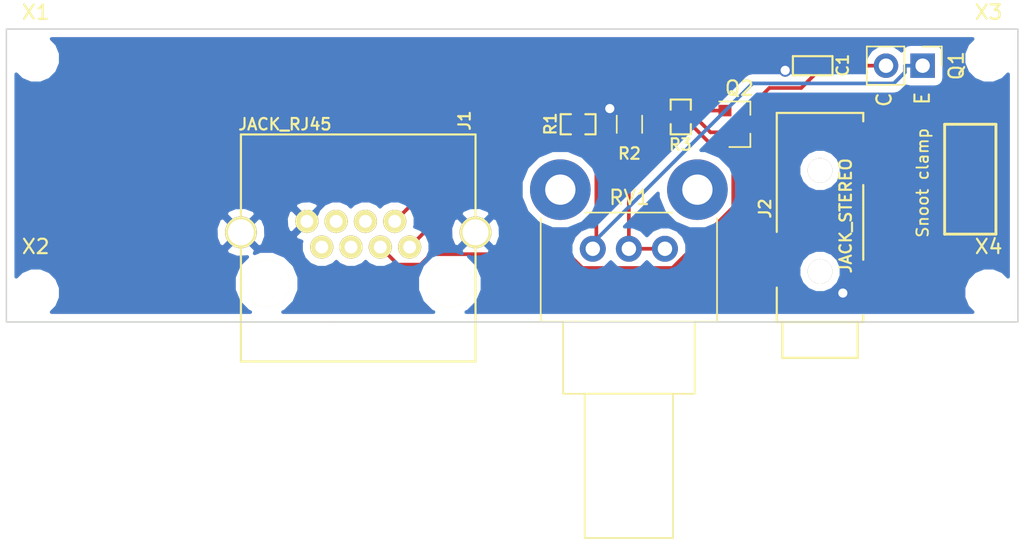
<source format=kicad_pcb>
(kicad_pcb (version 4) (host pcbnew 4.0.6)

  (general
    (links 16)
    (no_connects 0)
    (area 167.081999 140.157999 237.286001 160.578001)
    (thickness 1.6)
    (drawings 10)
    (tracks 59)
    (zones 0)
    (modules 13)
    (nets 14)
  )

  (page A3)
  (layers
    (0 F.Cu signal)
    (31 B.Cu signal)
    (32 B.Adhes user)
    (33 F.Adhes user)
    (34 B.Paste user)
    (35 F.Paste user)
    (36 B.SilkS user)
    (37 F.SilkS user)
    (38 B.Mask user)
    (39 F.Mask user)
    (40 Dwgs.User user)
    (41 Cmts.User user)
    (42 Eco1.User user)
    (43 Eco2.User user)
    (44 Edge.Cuts user)
  )

  (setup
    (last_trace_width 0.254)
    (trace_clearance 0.254)
    (zone_clearance 0.508)
    (zone_45_only no)
    (trace_min 0.254)
    (segment_width 0.2)
    (edge_width 0.1)
    (via_size 0.889)
    (via_drill 0.635)
    (via_min_size 0.889)
    (via_min_drill 0.508)
    (uvia_size 0.508)
    (uvia_drill 0.127)
    (uvias_allowed no)
    (uvia_min_size 0.508)
    (uvia_min_drill 0.127)
    (pcb_text_width 0.3)
    (pcb_text_size 1.5 1.5)
    (mod_edge_width 0.15)
    (mod_text_size 1 1)
    (mod_text_width 0.15)
    (pad_size 8.89 8.89)
    (pad_drill 0.254)
    (pad_to_mask_clearance 0)
    (aux_axis_origin 167.132 140.208)
    (grid_origin 167.132 140.208)
    (visible_elements 7FFFFFFF)
    (pcbplotparams
      (layerselection 0x00030_80000001)
      (usegerberextensions true)
      (excludeedgelayer true)
      (linewidth 0.150000)
      (plotframeref false)
      (viasonmask false)
      (mode 1)
      (useauxorigin false)
      (hpglpennumber 1)
      (hpglpenspeed 20)
      (hpglpendiameter 15)
      (hpglpenoverlay 2)
      (psnegative false)
      (psa4output false)
      (plotreference true)
      (plotvalue true)
      (plotinvisibletext false)
      (padsonsilk false)
      (subtractmaskfromsilk false)
      (outputformat 1)
      (mirror false)
      (drillshape 1)
      (scaleselection 1)
      (outputdirectory ""))
  )

  (net 0 "")
  (net 1 /AN1)
  (net 2 /D1)
  (net 3 /ID)
  (net 4 3V3)
  (net 5 GND)
  (net 6 /D2)
  (net 7 "Net-(J2-Pad1)")
  (net 8 "Net-(J2-Pad2)")
  (net 9 "Net-(Q1-Pad1)")
  (net 10 "Net-(Q2-Pad1)")
  (net 11 "Net-(R2-Pad1)")
  (net 12 /D3)
  (net 13 /D4)

  (net_class Default "This is the default net class."
    (clearance 0.254)
    (trace_width 0.254)
    (via_dia 0.889)
    (via_drill 0.635)
    (uvia_dia 0.508)
    (uvia_drill 0.127)
    (add_net /AN1)
    (add_net /D1)
    (add_net /D2)
    (add_net /D3)
    (add_net /D4)
    (add_net /ID)
    (add_net 3V3)
    (add_net GND)
    (add_net "Net-(J2-Pad1)")
    (add_net "Net-(J2-Pad2)")
    (add_net "Net-(Q1-Pad1)")
    (add_net "Net-(Q2-Pad1)")
    (add_net "Net-(R2-Pad1)")
  )

  (module CA6:c_0603 (layer F.Cu) (tedit 54649DFA) (tstamp 58FF3276)
    (at 223.012 142.748)
    (descr "SMT capacitor, 0603")
    (path /54AABC31)
    (fp_text reference C1 (at 2.0828 -0.0254 90) (layer F.SilkS)
      (effects (font (size 0.8 0.8) (thickness 0.15)))
    )
    (fp_text value 10uF (at 0 0 90) (layer F.SilkS) hide
      (effects (font (size 0.2286 0.381) (thickness 0.0508)))
    )
    (fp_line (start 1.3716 0.6604) (end 1.3716 -0.6604) (layer F.SilkS) (width 0.14986))
    (fp_line (start -1.3716 0.6604) (end 1.3716 0.6604) (layer F.SilkS) (width 0.14986))
    (fp_line (start 1.3716 -0.6604) (end -1.3716 -0.6604) (layer F.SilkS) (width 0.14986))
    (fp_line (start -1.3716 0.6604) (end -1.3716 -0.6604) (layer F.SilkS) (width 0.14986))
    (pad 1 smd rect (at 0.7518 0) (size 0.8992 1.0008) (layers F.Cu F.Paste F.Mask)
      (net 4 3V3))
    (pad 2 smd rect (at -0.7518 0) (size 0.8992 1.0008) (layers F.Cu F.Paste F.Mask)
      (net 5 GND))
  )

  (module CA6:161-3334-E_Big_Pad (layer F.Cu) (tedit 58BA168C) (tstamp 58FF329D)
    (at 223.52 160.528 90)
    (path /54012E4D)
    (fp_text reference J2 (at 7.874 -3.81 90) (layer F.SilkS)
      (effects (font (size 0.8 0.8) (thickness 0.1524)))
    )
    (fp_text value JACK_STEREO (at 7.366 1.778 90) (layer F.SilkS)
      (effects (font (size 0.8 0.8) (thickness 0.1524)))
    )
    (fp_line (start 0 -2.9972) (end 2.3876 -2.9972) (layer F.SilkS) (width 0.1524))
    (fp_line (start 6.2484 -2.9972) (end 14.5034 -2.9972) (layer F.SilkS) (width 0.1524))
    (fp_line (start 13.9192 2.9972) (end 14.5034 2.9972) (layer F.SilkS) (width 0.1524))
    (fp_line (start 4.318 2.9972) (end 9.4996 2.9972) (layer F.SilkS) (width 0.1524))
    (fp_line (start 0 2.9972) (end 0.4826 2.9972) (layer F.SilkS) (width 0.1524))
    (fp_line (start 0 2.6162) (end -2.4892 2.6162) (layer F.SilkS) (width 0.1524))
    (fp_line (start -2.4892 2.6162) (end -2.4892 -2.6162) (layer F.SilkS) (width 0.1524))
    (fp_line (start -2.4892 -2.6162) (end 0 -2.6162) (layer F.SilkS) (width 0.1524))
    (fp_line (start 14.5034 -2.9972) (end 14.5034 2.9972) (layer F.SilkS) (width 0.1524))
    (fp_line (start 0 2.9972) (end 0 -2.9972) (layer F.SilkS) (width 0.1524))
    (pad 1 smd rect (at 4.3942 -3.7084 90) (size 2.2098 2.794) (layers F.Cu F.Paste F.Mask)
      (net 7 "Net-(J2-Pad1)"))
    (pad 2 smd rect (at 11.7856 3.7084 90) (size 2.794 2.794) (layers F.Cu F.Paste F.Mask)
      (net 8 "Net-(J2-Pad2)"))
    (pad 3 smd rect (at 2.3876 3.7084 90) (size 2.2098 2.794) (layers F.Cu F.Paste F.Mask)
      (net 5 GND))
    (pad "" np_thru_hole circle (at 10.5156 0) (size 1.7018 1.7018) (drill 1.7) (layers *.Cu *.Mask F.SilkS))
    (pad "" np_thru_hole circle (at 3.5052 0) (size 1.7018 1.7018) (drill 1.7) (layers *.Cu *.Mask F.SilkS))
  )

  (module CA6:SM0603_Resistor (layer F.Cu) (tedit 5456A05B) (tstamp 58FF32C8)
    (at 206.756 146.812)
    (path /54AA13F6)
    (attr smd)
    (fp_text reference R1 (at -1.9177 -0.0254 90) (layer F.SilkS)
      (effects (font (size 0.8 0.8) (thickness 0.15)))
    )
    (fp_text value 1K (at 0 0 90) (layer F.SilkS) hide
      (effects (font (size 0.2286 0.381) (thickness 0.0508)))
    )
    (fp_line (start -0.50038 -0.6985) (end -1.2065 -0.6985) (layer F.SilkS) (width 0.14986))
    (fp_line (start -1.2065 -0.6985) (end -1.2065 0.6985) (layer F.SilkS) (width 0.14986))
    (fp_line (start -1.2065 0.6985) (end -0.50038 0.6985) (layer F.SilkS) (width 0.14986))
    (fp_line (start 1.2065 -0.6985) (end 0.50038 -0.6985) (layer F.SilkS) (width 0.14986))
    (fp_line (start 1.2065 -0.6985) (end 1.2065 0.6985) (layer F.SilkS) (width 0.14986))
    (fp_line (start 1.2065 0.6985) (end 0.50038 0.6985) (layer F.SilkS) (width 0.14986))
    (pad 1 smd rect (at -0.762 0) (size 0.635 1.143) (layers F.Cu F.Paste F.Mask)
      (net 1 /AN1))
    (pad 2 smd rect (at 0.762 0) (size 0.635 1.143) (layers F.Cu F.Paste F.Mask)
      (net 9 "Net-(Q1-Pad1)"))
  )

  (module CA6:SM0603_Resistor (layer F.Cu) (tedit 5456A05B) (tstamp 58FF32DE)
    (at 213.868 146.304 90)
    (path /54AA118B)
    (attr smd)
    (fp_text reference R3 (at -1.9177 -0.0254 180) (layer F.SilkS)
      (effects (font (size 0.8 0.8) (thickness 0.15)))
    )
    (fp_text value 1K (at 0 0 180) (layer F.SilkS) hide
      (effects (font (size 0.2286 0.381) (thickness 0.0508)))
    )
    (fp_line (start -0.50038 -0.6985) (end -1.2065 -0.6985) (layer F.SilkS) (width 0.14986))
    (fp_line (start -1.2065 -0.6985) (end -1.2065 0.6985) (layer F.SilkS) (width 0.14986))
    (fp_line (start -1.2065 0.6985) (end -0.50038 0.6985) (layer F.SilkS) (width 0.14986))
    (fp_line (start 1.2065 -0.6985) (end 0.50038 -0.6985) (layer F.SilkS) (width 0.14986))
    (fp_line (start 1.2065 -0.6985) (end 1.2065 0.6985) (layer F.SilkS) (width 0.14986))
    (fp_line (start 1.2065 0.6985) (end 0.50038 0.6985) (layer F.SilkS) (width 0.14986))
    (pad 1 smd rect (at -0.762 0 90) (size 0.635 1.143) (layers F.Cu F.Paste F.Mask)
      (net 2 /D1))
    (pad 2 smd rect (at 0.762 0 90) (size 0.635 1.143) (layers F.Cu F.Paste F.Mask)
      (net 10 "Net-(Q2-Pad1)"))
  )

  (module Potentiometers:Potentiometer_Alps_RK09L_Single_Vertical (layer F.Cu) (tedit 590FF3F4) (tstamp 58FF32E9)
    (at 207.772 155.448 270)
    (descr "Potentiometer, vertically mounted, Omeg PC16PU, Omeg PC16PU, Omeg PC16PU, Vishay/Spectrol 248GJ/249GJ Single, Vishay/Spectrol 248GJ/249GJ Single, Vishay/Spectrol 248GJ/249GJ Single, Vishay/Spectrol 248GH/249GH Single, Vishay/Spectrol 148/149 Single, Vishay/Spectrol 148/149 Single, Vishay/Spectrol 148/149 Single, Vishay/Spectrol 148A/149A Single with mounting plates, Vishay/Spectrol 148/149 Double, Vishay/Spectrol 148A/149A Double with mounting plates, Piher PC-16 Single, Piher PC-16 Single, Piher PC-16 Single, Piher PC-16SV Single, Piher PC-16 Double, Piher PC-16 Triple, Piher T16H Single, Piher T16L Single, Piher T16H Double, Alps RK163 Single, Alps RK163 Double, Alps RK097 Single, Alps RK097 Double, Bourns PTV09A-2 Single with mounting sleve Single, Bourns PTV09A-1 with mounting sleve Single, Bourns PRS11S Single, Alps RK09K Single with mounting sleve Single, Alps RK09K with mounting sleve Single, Alps RK09L Single, http://www.alps.com/prod/info/E/HTML/Potentiometer/RotaryPotentiometers/RK09L/RK09L1120A2S.html")
    (tags "Potentiometer vertical  Omeg PC16PU  Omeg PC16PU  Omeg PC16PU  Vishay/Spectrol 248GJ/249GJ Single  Vishay/Spectrol 248GJ/249GJ Single  Vishay/Spectrol 248GJ/249GJ Single  Vishay/Spectrol 248GH/249GH Single  Vishay/Spectrol 148/149 Single  Vishay/Spectrol 148/149 Single  Vishay/Spectrol 148/149 Single  Vishay/Spectrol 148A/149A Single with mounting plates  Vishay/Spectrol 148/149 Double  Vishay/Spectrol 148A/149A Double with mounting plates  Piher PC-16 Single  Piher PC-16 Single  Piher PC-16 Single  Piher PC-16SV Single  Piher PC-16 Double  Piher PC-16 Triple  Piher T16H Single  Piher T16L Single  Piher T16H Double  Alps RK163 Single  Alps RK163 Double  Alps RK097 Single  Alps RK097 Double  Bourns PTV09A-2 Single with mounting sleve Single  Bourns PTV09A-1 with mounting sleve Single  Bourns PRS11S Single  Alps RK09K Single with mounting sleve Single  Alps RK09K with mounting sleve Single  Alps RK09L Single")
    (path /54AA14B9)
    (fp_text reference RV1 (at -3.556 -2.54 360) (layer F.SilkS)
      (effects (font (size 1 1) (thickness 0.15)))
    )
    (fp_text value 20K (at 0 4.572 270) (layer F.Fab)
      (effects (font (size 1 1) (thickness 0.15)))
    )
    (fp_line (start -2.45 -8.55) (end -2.45 3.55) (layer F.Fab) (width 0.1))
    (fp_line (start -2.45 3.55) (end 5 3.55) (layer F.Fab) (width 0.1))
    (fp_line (start 5 3.55) (end 5 -8.55) (layer F.Fab) (width 0.1))
    (fp_line (start 5 -8.55) (end -2.45 -8.55) (layer F.Fab) (width 0.1))
    (fp_line (start 5 -7) (end 5 2) (layer F.Fab) (width 0.1))
    (fp_line (start 5 2) (end 10 2) (layer F.Fab) (width 0.1))
    (fp_line (start 10 2) (end 10 -7) (layer F.Fab) (width 0.1))
    (fp_line (start 10 -7) (end 5 -7) (layer F.Fab) (width 0.1))
    (fp_line (start 10 -5.5) (end 10 0.5) (layer F.Fab) (width 0.1))
    (fp_line (start 10 0.5) (end 20 0.5) (layer F.Fab) (width 0.1))
    (fp_line (start 20 0.5) (end 20 -5.5) (layer F.Fab) (width 0.1))
    (fp_line (start 20 -5.5) (end 10 -5.5) (layer F.Fab) (width 0.1))
    (fp_line (start -2.111 -8.61) (end 5.06 -8.61) (layer F.SilkS) (width 0.12))
    (fp_line (start -2.111 3.61) (end 5.06 3.61) (layer F.SilkS) (width 0.12))
    (fp_line (start -2.51 -5.525) (end -2.51 0.525) (layer F.SilkS) (width 0.12))
    (fp_line (start 5.06 -8.61) (end 5.06 3.61) (layer F.SilkS) (width 0.12))
    (fp_line (start 5.06 -7.06) (end 10.06 -7.06) (layer F.SilkS) (width 0.12))
    (fp_line (start 5.06 2.06) (end 10.06 2.06) (layer F.SilkS) (width 0.12))
    (fp_line (start 5.06 -7.06) (end 5.06 2.06) (layer F.SilkS) (width 0.12))
    (fp_line (start 10.06 -7.06) (end 10.06 2.06) (layer F.SilkS) (width 0.12))
    (fp_line (start 10.06 -5.56) (end 20.061 -5.56) (layer F.SilkS) (width 0.12))
    (fp_line (start 10.06 0.56) (end 20.061 0.56) (layer F.SilkS) (width 0.12))
    (fp_line (start 10.06 -5.56) (end 10.06 0.56) (layer F.SilkS) (width 0.12))
    (fp_line (start 20.061 -5.56) (end 20.061 0.56) (layer F.SilkS) (width 0.12))
    (fp_line (start -6.45 -9.6) (end -6.45 4.6) (layer F.CrtYd) (width 0.05))
    (fp_line (start -6.45 4.6) (end 20.25 4.6) (layer F.CrtYd) (width 0.05))
    (fp_line (start 20.25 4.6) (end 20.25 -9.6) (layer F.CrtYd) (width 0.05))
    (fp_line (start 20.25 -9.6) (end -6.45 -9.6) (layer F.CrtYd) (width 0.05))
    (pad 3 thru_hole circle (at 0 -5 270) (size 1.8 1.8) (drill 1) (layers *.Cu *.Mask)
      (net 11 "Net-(R2-Pad1)"))
    (pad 2 thru_hole circle (at 0 -2.5 270) (size 1.8 1.8) (drill 1) (layers *.Cu *.Mask)
      (net 11 "Net-(R2-Pad1)"))
    (pad 1 thru_hole circle (at 0 0 270) (size 1.8 1.8) (drill 1) (layers *.Cu *.Mask)
      (net 9 "Net-(Q1-Pad1)"))
    (pad 0 thru_hole circle (at -4.1 -7.25 270) (size 4.2 4.2) (drill 2.1) (layers *.Cu *.Mask))
    (pad 0 thru_hole circle (at -4.1 2.25 270) (size 4.2 4.2) (drill 2.1) (layers *.Cu *.Mask))
    (model Potentiometers.3dshapes/Potentiometer_Alps_RK09L_Single_Vertical.wrl
      (at (xyz 0 0 0))
      (scale (xyz 0.393701 0.393701 0.393701))
      (rotate (xyz 0 0 0))
    )
  )

  (module CA6:RJ45_pcbwing (layer F.Cu) (tedit 58ED203F) (tstamp 58FF9E9E)
    (at 191.516 155.448)
    (path /5401301C)
    (fp_text reference J1 (at 7.366 -8.89 90) (layer F.SilkS)
      (effects (font (size 0.8 0.8) (thickness 0.15)))
    )
    (fp_text value JACK_RJ45 (at -5.08 -8.636) (layer F.SilkS)
      (effects (font (size 0.8 0.8) (thickness 0.15)))
    )
    (fp_line (start -8.13 7.82) (end -8.13 -7.93) (layer F.SilkS) (width 0.14986))
    (fp_line (start -8.13 -7.93) (end 8.13 -7.93) (layer F.SilkS) (width 0.14986))
    (fp_line (start 8.13 -7.93) (end 8.13 7.82) (layer F.SilkS) (width 0.14986))
    (fp_line (start 8.13 7.82) (end -8.13 7.82) (layer F.SilkS) (width 0.14986))
    (pad 8 thru_hole circle (at -8.13 -1.14) (size 2.2 2.2) (drill 1.8) (layers *.Cu *.Mask F.SilkS)
      (net 5 GND))
    (pad 8 thru_hole circle (at 8.13 -1.14) (size 2.2 2.2) (drill 1.8) (layers *.Cu *.Mask F.SilkS)
      (net 5 GND))
    (pad "" np_thru_hole circle (at -6.35 2.42) (size 3.25 3.25) (drill 3.25) (layers *.Cu *.Mask F.SilkS))
    (pad "" np_thru_hole circle (at 6.35 2.42) (size 3.25 3.25) (drill 3.25) (layers *.Cu *.Mask F.SilkS))
    (pad 5 thru_hole circle (at -0.5 -0.12) (size 1.6 1.6) (drill 0.89) (layers *.Cu *.Mask F.SilkS)
      (net 3 /ID))
    (pad 3 thru_hole circle (at 1.53 -0.12) (size 1.6 1.6) (drill 0.89) (layers *.Cu *.Mask F.SilkS)
      (net 2 /D1))
    (pad 6 thru_hole circle (at -1.53 -1.9) (size 1.6 1.6) (drill 0.89) (layers *.Cu *.Mask F.SilkS)
      (net 12 /D3))
    (pad 4 thru_hole circle (at 0.5 -1.9) (size 1.6 1.6) (drill 0.89) (layers *.Cu *.Mask F.SilkS)
      (net 6 /D2))
    (pad 8 thru_hole circle (at -3.56 -1.9) (size 1.6 1.6) (drill 0.89) (layers *.Cu *.Mask F.SilkS)
      (net 5 GND))
    (pad 7 thru_hole circle (at -2.53 -0.12) (size 1.6 1.6) (drill 0.89) (layers *.Cu *.Mask F.SilkS)
      (net 13 /D4))
    (pad 2 thru_hole circle (at 2.53 -1.9) (size 1.6 1.6) (drill 0.89) (layers *.Cu *.Mask F.SilkS)
      (net 1 /AN1))
    (pad 1 thru_hole circle (at 3.56 -0.12) (size 1.6 1.6) (drill 0.89) (layers *.Cu *.Mask F.SilkS)
      (net 4 3V3))
  )

  (module CA6:PhotoTrans_Conn_Pads_1x02_Pitch2.54mm (layer F.Cu) (tedit 58FF8088) (tstamp 58FF9EB1)
    (at 230.632 142.748 270)
    (descr "Through hole straight pin header, 1x02, 2.54mm pitch, single row")
    (tags "Through hole pin header THT 1x02 2.54mm single row")
    (path /54AA12A2)
    (fp_text reference Q1 (at 0 -2.33 270) (layer F.SilkS)
      (effects (font (size 1 1) (thickness 0.15)))
    )
    (fp_text value TEPT4400 (at 0 4.87 270) (layer F.Fab)
      (effects (font (size 1 1) (thickness 0.15)))
    )
    (fp_text user C (at 2.3622 2.667 270) (layer F.SilkS)
      (effects (font (size 1 1) (thickness 0.15)))
    )
    (fp_text user E (at 2.2606 0.0254 270) (layer F.SilkS)
      (effects (font (size 1 1) (thickness 0.15)))
    )
    (fp_line (start -1.27 -1.27) (end -1.27 3.81) (layer F.Fab) (width 0.1))
    (fp_line (start -1.27 3.81) (end 1.27 3.81) (layer F.Fab) (width 0.1))
    (fp_line (start 1.27 3.81) (end 1.27 -1.27) (layer F.Fab) (width 0.1))
    (fp_line (start 1.27 -1.27) (end -1.27 -1.27) (layer F.Fab) (width 0.1))
    (fp_line (start -1.33 1.27) (end -1.33 3.87) (layer F.SilkS) (width 0.12))
    (fp_line (start -1.33 3.87) (end 1.33 3.87) (layer F.SilkS) (width 0.12))
    (fp_line (start 1.33 3.87) (end 1.33 1.27) (layer F.SilkS) (width 0.12))
    (fp_line (start 1.33 1.27) (end -1.33 1.27) (layer F.SilkS) (width 0.12))
    (fp_line (start -1.33 0) (end -1.33 -1.33) (layer F.SilkS) (width 0.12))
    (fp_line (start -1.33 -1.33) (end 0 -1.33) (layer F.SilkS) (width 0.12))
    (fp_line (start -1.8 -1.8) (end -1.8 4.35) (layer F.CrtYd) (width 0.05))
    (fp_line (start -1.8 4.35) (end 1.8 4.35) (layer F.CrtYd) (width 0.05))
    (fp_line (start 1.8 4.35) (end 1.8 -1.8) (layer F.CrtYd) (width 0.05))
    (fp_line (start 1.8 -1.8) (end -1.8 -1.8) (layer F.CrtYd) (width 0.05))
    (fp_text user %R (at 0 -2.33 270) (layer F.Fab)
      (effects (font (size 1 1) (thickness 0.15)))
    )
    (pad 1 thru_hole rect (at 0 0 270) (size 1.7 1.7) (drill 1) (layers *.Cu *.Mask)
      (net 9 "Net-(Q1-Pad1)"))
    (pad 3 thru_hole oval (at 0 2.54 270) (size 1.7 1.7) (drill 1) (layers *.Cu *.Mask)
      (net 4 3V3))
    (model ${KISYS3DMOD}/Pin_Headers.3dshapes/Pin_Header_Straight_1x02_Pitch2.54mm.wrl
      (at (xyz 0 -0.05 0))
      (scale (xyz 1 1 1))
      (rotate (xyz 0 0 90))
    )
  )

  (module TO_SOT_Packages_SMD:SOT-23 (layer F.Cu) (tedit 58CE4E7E) (tstamp 58FFBA3B)
    (at 217.932 146.812)
    (descr "SOT-23, Standard")
    (tags SOT-23)
    (path /58FFB097)
    (attr smd)
    (fp_text reference Q2 (at 0 -2.5) (layer F.SilkS)
      (effects (font (size 1 1) (thickness 0.15)))
    )
    (fp_text value MMBT2907ALT1G (at 0 2.5) (layer F.Fab)
      (effects (font (size 1 1) (thickness 0.15)))
    )
    (fp_text user %R (at 0 0) (layer F.Fab)
      (effects (font (size 0.5 0.5) (thickness 0.075)))
    )
    (fp_line (start -0.7 -0.95) (end -0.7 1.5) (layer F.Fab) (width 0.1))
    (fp_line (start -0.15 -1.52) (end 0.7 -1.52) (layer F.Fab) (width 0.1))
    (fp_line (start -0.7 -0.95) (end -0.15 -1.52) (layer F.Fab) (width 0.1))
    (fp_line (start 0.7 -1.52) (end 0.7 1.52) (layer F.Fab) (width 0.1))
    (fp_line (start -0.7 1.52) (end 0.7 1.52) (layer F.Fab) (width 0.1))
    (fp_line (start 0.76 1.58) (end 0.76 0.65) (layer F.SilkS) (width 0.12))
    (fp_line (start 0.76 -1.58) (end 0.76 -0.65) (layer F.SilkS) (width 0.12))
    (fp_line (start -1.7 -1.75) (end 1.7 -1.75) (layer F.CrtYd) (width 0.05))
    (fp_line (start 1.7 -1.75) (end 1.7 1.75) (layer F.CrtYd) (width 0.05))
    (fp_line (start 1.7 1.75) (end -1.7 1.75) (layer F.CrtYd) (width 0.05))
    (fp_line (start -1.7 1.75) (end -1.7 -1.75) (layer F.CrtYd) (width 0.05))
    (fp_line (start 0.76 -1.58) (end -1.4 -1.58) (layer F.SilkS) (width 0.12))
    (fp_line (start 0.76 1.58) (end -0.7 1.58) (layer F.SilkS) (width 0.12))
    (pad 1 smd rect (at -1 -0.95) (size 0.9 0.8) (layers F.Cu F.Paste F.Mask)
      (net 10 "Net-(Q2-Pad1)"))
    (pad 2 smd rect (at -1 0.95) (size 0.9 0.8) (layers F.Cu F.Paste F.Mask)
      (net 4 3V3))
    (pad 3 smd rect (at 1 0) (size 0.9 0.8) (layers F.Cu F.Paste F.Mask)
      (net 8 "Net-(J2-Pad2)"))
    (model ${KISYS3DMOD}/TO_SOT_Packages_SMD.3dshapes/SOT-23.wrl
      (at (xyz 0 0 0))
      (scale (xyz 1 1 1))
      (rotate (xyz 0 0 0))
    )
  )

  (module CA6:SM0805_Resistor (layer F.Cu) (tedit 590FE90C) (tstamp 590FF6AD)
    (at 210.312 146.812 90)
    (descr "Resistor SMD 0805, reflow soldering, Vishay (see dcrcw.pdf)")
    (tags "resistor 0805")
    (path /54AA1792)
    (attr smd)
    (fp_text reference R2 (at -2.032 0 180) (layer F.SilkS)
      (effects (font (size 0.8 0.8) (thickness 0.15)))
    )
    (fp_text value "174 1%" (at 0.0254 0.0762 180) (layer F.SilkS) hide
      (effects (font (size 0.2286 0.381) (thickness 0.0508)))
    )
    (fp_text user %R (at 0 0 90) (layer F.Fab)
      (effects (font (size 0.5 0.5) (thickness 0.075)))
    )
    (fp_line (start -1 0.62) (end -1 -0.62) (layer F.Fab) (width 0.1))
    (fp_line (start 1 0.62) (end -1 0.62) (layer F.Fab) (width 0.1))
    (fp_line (start 1 -0.62) (end 1 0.62) (layer F.Fab) (width 0.1))
    (fp_line (start -1 -0.62) (end 1 -0.62) (layer F.Fab) (width 0.1))
    (fp_line (start 0.6 0.88) (end -0.6 0.88) (layer F.SilkS) (width 0.12))
    (fp_line (start -0.6 -0.88) (end 0.6 -0.88) (layer F.SilkS) (width 0.12))
    (fp_line (start -1.55 -0.9) (end 1.55 -0.9) (layer F.CrtYd) (width 0.05))
    (fp_line (start -1.55 -0.9) (end -1.55 0.9) (layer F.CrtYd) (width 0.05))
    (fp_line (start 1.55 0.9) (end 1.55 -0.9) (layer F.CrtYd) (width 0.05))
    (fp_line (start 1.55 0.9) (end -1.55 0.9) (layer F.CrtYd) (width 0.05))
    (pad 1 smd rect (at -0.95 0 90) (size 0.7 1.3) (layers F.Cu F.Paste F.Mask)
      (net 11 "Net-(R2-Pad1)"))
    (pad 2 smd rect (at 0.95 0 90) (size 0.7 1.3) (layers F.Cu F.Paste F.Mask)
      (net 5 GND))
    (model ${KISYS3DMOD}/Resistors_SMD.3dshapes/R_0805.wrl
      (at (xyz 0 0 0))
      (scale (xyz 1 1 1))
      (rotate (xyz 0 0 0))
    )
  )

  (module Mounting_Holes:MountingHole_2.2mm_M2 (layer F.Cu) (tedit 56D1B4CB) (tstamp 5910CAC7)
    (at 169.164 142.24)
    (descr "Mounting Hole 2.2mm, no annular, M2")
    (tags "mounting hole 2.2mm no annular m2")
    (path /590FFA2B)
    (fp_text reference X1 (at 0 -3.2) (layer F.SilkS)
      (effects (font (size 1 1) (thickness 0.15)))
    )
    (fp_text value HOLE (at 0 3.2) (layer F.Fab)
      (effects (font (size 1 1) (thickness 0.15)))
    )
    (fp_circle (center 0 0) (end 2.2 0) (layer Cmts.User) (width 0.15))
    (fp_circle (center 0 0) (end 2.45 0) (layer F.CrtYd) (width 0.05))
    (pad 1 np_thru_hole circle (at 0 0) (size 2.2 2.2) (drill 2.2) (layers *.Cu *.Mask))
  )

  (module Mounting_Holes:MountingHole_2.2mm_M2 (layer F.Cu) (tedit 56D1B4CB) (tstamp 5910CACE)
    (at 169.164 158.496)
    (descr "Mounting Hole 2.2mm, no annular, M2")
    (tags "mounting hole 2.2mm no annular m2")
    (path /590FF985)
    (fp_text reference X2 (at 0 -3.2) (layer F.SilkS)
      (effects (font (size 1 1) (thickness 0.15)))
    )
    (fp_text value HOLE (at 0 3.2) (layer F.Fab)
      (effects (font (size 1 1) (thickness 0.15)))
    )
    (fp_circle (center 0 0) (end 2.2 0) (layer Cmts.User) (width 0.15))
    (fp_circle (center 0 0) (end 2.45 0) (layer F.CrtYd) (width 0.05))
    (pad 1 np_thru_hole circle (at 0 0) (size 2.2 2.2) (drill 2.2) (layers *.Cu *.Mask))
  )

  (module Mounting_Holes:MountingHole_2.2mm_M2 (layer F.Cu) (tedit 56D1B4CB) (tstamp 5910CAD5)
    (at 235.204 142.24)
    (descr "Mounting Hole 2.2mm, no annular, M2")
    (tags "mounting hole 2.2mm no annular m2")
    (path /590FF9D5)
    (fp_text reference X3 (at 0 -3.2) (layer F.SilkS)
      (effects (font (size 1 1) (thickness 0.15)))
    )
    (fp_text value HOLE (at 0 3.2) (layer F.Fab)
      (effects (font (size 1 1) (thickness 0.15)))
    )
    (fp_circle (center 0 0) (end 2.2 0) (layer Cmts.User) (width 0.15))
    (fp_circle (center 0 0) (end 2.45 0) (layer F.CrtYd) (width 0.05))
    (pad 1 np_thru_hole circle (at 0 0) (size 2.2 2.2) (drill 2.2) (layers *.Cu *.Mask))
  )

  (module Mounting_Holes:MountingHole_2.2mm_M2 (layer F.Cu) (tedit 56D1B4CB) (tstamp 5910CADC)
    (at 235.204 158.496)
    (descr "Mounting Hole 2.2mm, no annular, M2")
    (tags "mounting hole 2.2mm no annular m2")
    (path /590FF942)
    (fp_text reference X4 (at 0 -3.2) (layer F.SilkS)
      (effects (font (size 1 1) (thickness 0.15)))
    )
    (fp_text value HOLE (at 0 3.2) (layer F.Fab)
      (effects (font (size 1 1) (thickness 0.15)))
    )
    (fp_circle (center 0 0) (end 2.2 0) (layer Cmts.User) (width 0.15))
    (fp_circle (center 0 0) (end 2.45 0) (layer F.CrtYd) (width 0.05))
    (pad 1 np_thru_hole circle (at 0 0) (size 2.2 2.2) (drill 2.2) (layers *.Cu *.Mask))
  )

  (gr_text "Snoot clamp" (at 230.632 150.876 90) (layer F.SilkS)
    (effects (font (size 0.79756 0.79756) (thickness 0.127)))
  )
  (gr_line (start 232.156 154.432) (end 235.712 154.432) (angle 90) (layer F.SilkS) (width 0.2))
  (gr_line (start 232.156 146.812) (end 232.156 154.432) (angle 90) (layer F.SilkS) (width 0.2))
  (gr_line (start 235.712 146.812) (end 232.156 146.812) (angle 90) (layer F.SilkS) (width 0.2))
  (gr_line (start 235.712 154.432) (end 235.712 146.812) (angle 90) (layer F.SilkS) (width 0.2))
  (gr_line (start 237.236 140.208) (end 167.132 140.208) (angle 90) (layer Edge.Cuts) (width 0.1))
  (gr_line (start 167.132 160.528) (end 167.132 140.208) (angle 90) (layer Edge.Cuts) (width 0.1))
  (gr_line (start 189.484 160.528) (end 167.132 160.528) (angle 90) (layer Edge.Cuts) (width 0.1))
  (gr_line (start 237.236 140.208) (end 237.236 160.528) (angle 90) (layer Edge.Cuts) (width 0.1))
  (gr_line (start 237.236 160.528) (end 189.484 160.528) (angle 90) (layer Edge.Cuts) (width 0.1))

  (segment (start 200.782 146.812) (end 205.994 146.812) (width 0.254) (layer F.Cu) (net 1))
  (segment (start 194.046 153.548) (end 200.782 146.812) (width 0.254) (layer F.Cu) (net 1))
  (segment (start 217.5045 149.7497) (end 214.8208 147.066) (width 0.254) (layer F.Cu) (net 2))
  (segment (start 217.5045 152.5629) (end 217.5045 149.7497) (width 0.254) (layer F.Cu) (net 2))
  (segment (start 213.2878 156.7796) (end 217.5045 152.5629) (width 0.254) (layer F.Cu) (net 2))
  (segment (start 207.0494 156.7796) (end 213.2878 156.7796) (width 0.254) (layer F.Cu) (net 2))
  (segment (start 206.0953 155.8255) (end 207.0494 156.7796) (width 0.254) (layer F.Cu) (net 2))
  (segment (start 196.5573 155.8255) (end 206.0953 155.8255) (width 0.254) (layer F.Cu) (net 2))
  (segment (start 195.8366 156.5462) (end 196.5573 155.8255) (width 0.254) (layer F.Cu) (net 2))
  (segment (start 194.2642 156.5462) (end 195.8366 156.5462) (width 0.254) (layer F.Cu) (net 2))
  (segment (start 193.046 155.328) (end 194.2642 156.5462) (width 0.254) (layer F.Cu) (net 2))
  (segment (start 213.868 147.066) (end 214.8208 147.066) (width 0.254) (layer F.Cu) (net 2))
  (segment (start 228.092 142.748) (end 226.8607 142.748) (width 0.254) (layer F.Cu) (net 4))
  (segment (start 223.7638 142.748) (end 226.8607 142.748) (width 0.254) (layer F.Cu) (net 4))
  (segment (start 216.932 147.762) (end 216.932 147.3713) (width 0.254) (layer F.Cu) (net 4))
  (segment (start 215.9311 147.3713) (end 216.932 147.3713) (width 0.254) (layer F.Cu) (net 4))
  (segment (start 214.9269 146.3671) (end 215.9311 147.3713) (width 0.254) (layer F.Cu) (net 4))
  (segment (start 212.4967 146.3671) (end 214.9269 146.3671) (width 0.254) (layer F.Cu) (net 4))
  (segment (start 211.0135 144.8839) (end 212.4967 146.3671) (width 0.254) (layer F.Cu) (net 4))
  (segment (start 207.9562 144.8839) (end 211.0135 144.8839) (width 0.254) (layer F.Cu) (net 4))
  (segment (start 206.8191 146.021) (end 207.9562 144.8839) (width 0.254) (layer F.Cu) (net 4))
  (segment (start 206.8191 147.4664) (end 206.8191 146.021) (width 0.254) (layer F.Cu) (net 4))
  (segment (start 205.9845 148.301) (end 206.8191 147.4664) (width 0.254) (layer F.Cu) (net 4))
  (segment (start 202.103 148.301) (end 205.9845 148.301) (width 0.254) (layer F.Cu) (net 4))
  (segment (start 195.076 155.328) (end 202.103 148.301) (width 0.254) (layer F.Cu) (net 4))
  (segment (start 222.2177 144.2941) (end 223.7638 142.748) (width 0.254) (layer F.Cu) (net 4))
  (segment (start 220.0092 144.2941) (end 222.2177 144.2941) (width 0.254) (layer F.Cu) (net 4))
  (segment (start 216.932 147.3713) (end 220.0092 144.2941) (width 0.254) (layer F.Cu) (net 4))
  (via (at 225.1012 158.521) (size 0.889) (layers F.Cu B.Cu) (net 5))
  (via (at 208.9504 145.7239) (size 0.889) (layers F.Cu B.Cu) (net 5))
  (via (at 221.1061 143.0712) (size 0.889) (layers F.Cu B.Cu) (net 5))
  (segment (start 225.4501 158.1721) (end 225.4501 158.1404) (width 0.254) (layer F.Cu) (net 5))
  (segment (start 225.1012 158.521) (end 225.4501 158.1721) (width 0.254) (layer F.Cu) (net 5))
  (segment (start 227.2284 158.1404) (end 225.4501 158.1404) (width 0.254) (layer F.Cu) (net 5))
  (segment (start 209.1426 145.7239) (end 209.2807 145.862) (width 0.254) (layer F.Cu) (net 5))
  (segment (start 208.9504 145.7239) (end 209.1426 145.7239) (width 0.254) (layer F.Cu) (net 5))
  (segment (start 210.312 145.862) (end 209.2807 145.862) (width 0.254) (layer F.Cu) (net 5))
  (segment (start 222.2602 142.748) (end 221.4293 142.748) (width 0.254) (layer F.Cu) (net 5))
  (segment (start 221.4293 142.748) (end 221.1061 143.0712) (width 0.254) (layer F.Cu) (net 5))
  (segment (start 223.5197 146.812) (end 225.4501 148.7424) (width 0.254) (layer F.Cu) (net 8))
  (segment (start 218.932 146.812) (end 223.5197 146.812) (width 0.254) (layer F.Cu) (net 8))
  (segment (start 227.2284 148.7424) (end 225.4501 148.7424) (width 0.254) (layer F.Cu) (net 8))
  (segment (start 207.772 155.048) (end 207.772 155.448) (width 0.254) (layer B.Cu) (net 9))
  (segment (start 218.8407 143.9793) (end 207.772 155.048) (width 0.254) (layer B.Cu) (net 9))
  (segment (start 228.6312 143.9793) (end 218.8407 143.9793) (width 0.254) (layer B.Cu) (net 9))
  (segment (start 229.4007 143.2098) (end 228.6312 143.9793) (width 0.254) (layer B.Cu) (net 9))
  (segment (start 229.4007 142.748) (end 229.4007 143.2098) (width 0.254) (layer B.Cu) (net 9))
  (segment (start 230.632 142.748) (end 229.4007 142.748) (width 0.254) (layer B.Cu) (net 9))
  (segment (start 207.518 146.812) (end 207.518 147.7648) (width 0.254) (layer F.Cu) (net 9))
  (segment (start 208.0188 155.2012) (end 207.772 155.448) (width 0.254) (layer F.Cu) (net 9))
  (segment (start 208.0188 148.2656) (end 208.0188 155.2012) (width 0.254) (layer F.Cu) (net 9))
  (segment (start 207.518 147.7648) (end 208.0188 148.2656) (width 0.254) (layer F.Cu) (net 9))
  (segment (start 215.1408 145.862) (end 214.8208 145.542) (width 0.254) (layer F.Cu) (net 10))
  (segment (start 216.932 145.862) (end 215.1408 145.862) (width 0.254) (layer F.Cu) (net 10))
  (segment (start 213.868 145.542) (end 214.8208 145.542) (width 0.254) (layer F.Cu) (net 10))
  (segment (start 210.272 155.448) (end 212.772 155.448) (width 0.254) (layer F.Cu) (net 11))
  (segment (start 210.272 148.5333) (end 210.272 155.448) (width 0.254) (layer F.Cu) (net 11))
  (segment (start 210.312 148.4933) (end 210.272 148.5333) (width 0.254) (layer F.Cu) (net 11))
  (segment (start 210.312 147.762) (end 210.312 148.4933) (width 0.254) (layer F.Cu) (net 11))

  (zone (net 5) (net_name GND) (layer B.Cu) (tstamp 59B823CF) (hatch edge 0.508)
    (connect_pads (clearance 0.508))
    (min_thickness 0.254)
    (fill yes (arc_segments 16) (thermal_gap 0.508) (thermal_bridge_width 0.508))
    (polygon
      (pts
        (xy 237.236 160.528) (xy 167.132 160.528) (xy 167.132 140.208) (xy 237.236 140.208)
      )
    )
    (filled_polygon
      (pts
        (xy 233.733996 141.255918) (xy 233.469301 141.893373) (xy 233.468699 142.583599) (xy 233.732281 143.221515) (xy 234.219918 143.710004)
        (xy 234.857373 143.974699) (xy 235.547599 143.975301) (xy 236.185515 143.711719) (xy 236.551 143.346871) (xy 236.551 157.389548)
        (xy 236.188082 157.025996) (xy 235.550627 156.761301) (xy 234.860401 156.760699) (xy 234.222485 157.024281) (xy 233.733996 157.511918)
        (xy 233.469301 158.149373) (xy 233.468699 158.839599) (xy 233.732281 159.477515) (xy 234.097129 159.843) (xy 199.00427 159.843)
        (xy 199.144515 159.785052) (xy 199.780818 159.149859) (xy 200.125607 158.319514) (xy 200.126391 157.42043) (xy 200.083683 157.317067)
        (xy 222.033842 157.317067) (xy 222.25958 157.863395) (xy 222.677206 158.281751) (xy 223.223139 158.508442) (xy 223.814267 158.508958)
        (xy 224.360595 158.28322) (xy 224.778951 157.865594) (xy 225.005642 157.319661) (xy 225.006158 156.728533) (xy 224.78042 156.182205)
        (xy 224.362794 155.763849) (xy 223.816861 155.537158) (xy 223.225733 155.536642) (xy 222.679405 155.76238) (xy 222.261049 156.180006)
        (xy 222.034358 156.725939) (xy 222.033842 157.317067) (xy 200.083683 157.317067) (xy 199.783052 156.589485) (xy 199.181717 155.9871)
        (xy 199.357593 156.053323) (xy 200.047453 156.030836) (xy 200.580359 155.810099) (xy 200.603604 155.751991) (xy 206.236735 155.751991)
        (xy 206.469932 156.316371) (xy 206.901357 156.748551) (xy 207.46533 156.982733) (xy 208.075991 156.983265) (xy 208.640371 156.750068)
        (xy 209.022288 156.368818) (xy 209.401357 156.748551) (xy 209.96533 156.982733) (xy 210.575991 156.983265) (xy 211.140371 156.750068)
        (xy 211.522288 156.368818) (xy 211.901357 156.748551) (xy 212.46533 156.982733) (xy 213.075991 156.983265) (xy 213.640371 156.750068)
        (xy 214.072551 156.318643) (xy 214.306733 155.75467) (xy 214.307265 155.144009) (xy 214.074068 154.579629) (xy 213.642643 154.147449)
        (xy 213.07867 153.913267) (xy 212.468009 153.912735) (xy 211.903629 154.145932) (xy 211.521712 154.527182) (xy 211.142643 154.147449)
        (xy 210.57867 153.913267) (xy 209.98488 153.91275) (xy 212.286769 151.610861) (xy 212.286526 151.889638) (xy 212.702028 152.895229)
        (xy 213.470724 153.665268) (xy 214.475588 154.082524) (xy 215.563638 154.083474) (xy 216.569229 153.667972) (xy 217.339268 152.899276)
        (xy 217.756524 151.894412) (xy 217.757474 150.806362) (xy 217.551005 150.306667) (xy 222.033842 150.306667) (xy 222.25958 150.852995)
        (xy 222.677206 151.271351) (xy 223.223139 151.498042) (xy 223.814267 151.498558) (xy 224.360595 151.27282) (xy 224.778951 150.855194)
        (xy 225.005642 150.309261) (xy 225.006158 149.718133) (xy 224.78042 149.171805) (xy 224.362794 148.753449) (xy 223.816861 148.526758)
        (xy 223.225733 148.526242) (xy 222.679405 148.75198) (xy 222.261049 149.169606) (xy 222.034358 149.715539) (xy 222.033842 150.306667)
        (xy 217.551005 150.306667) (xy 217.341972 149.800771) (xy 216.573276 149.030732) (xy 215.568412 148.613476) (xy 215.284403 148.613228)
        (xy 219.156331 144.7413) (xy 228.6312 144.7413) (xy 228.922805 144.683296) (xy 229.170015 144.518115) (xy 229.508479 144.179651)
        (xy 229.53011 144.194431) (xy 229.782 144.24544) (xy 231.482 144.24544) (xy 231.717317 144.201162) (xy 231.933441 144.06209)
        (xy 232.078431 143.84989) (xy 232.12944 143.598) (xy 232.12944 141.898) (xy 232.085162 141.662683) (xy 231.94609 141.446559)
        (xy 231.73389 141.301569) (xy 231.482 141.25056) (xy 229.782 141.25056) (xy 229.546683 141.294838) (xy 229.330559 141.43391)
        (xy 229.185569 141.64611) (xy 229.171914 141.713541) (xy 229.142054 141.668853) (xy 228.660285 141.346946) (xy 228.092 141.233907)
        (xy 227.523715 141.346946) (xy 227.041946 141.668853) (xy 226.720039 142.150622) (xy 226.607 142.718907) (xy 226.607 142.777093)
        (xy 226.694563 143.2173) (xy 218.8407 143.2173) (xy 218.549095 143.275304) (xy 218.531868 143.286815) (xy 218.301885 143.440484)
        (xy 207.82932 153.91305) (xy 207.468009 153.912735) (xy 206.903629 154.145932) (xy 206.471449 154.577357) (xy 206.237267 155.14133)
        (xy 206.236735 155.751991) (xy 200.603604 155.751991) (xy 200.691263 155.532868) (xy 199.646 154.487605) (xy 198.600737 155.532868)
        (xy 198.693387 155.764469) (xy 198.317514 155.608393) (xy 197.41843 155.607609) (xy 196.587485 155.950948) (xy 195.951182 156.586141)
        (xy 195.606393 157.416486) (xy 195.605609 158.31557) (xy 195.948948 159.146515) (xy 196.584141 159.782818) (xy 196.729076 159.843)
        (xy 186.30427 159.843) (xy 186.444515 159.785052) (xy 187.080818 159.149859) (xy 187.425607 158.319514) (xy 187.426391 157.42043)
        (xy 187.083052 156.589485) (xy 186.447859 155.953182) (xy 185.617514 155.608393) (xy 184.71843 155.607609) (xy 184.338576 155.764561)
        (xy 184.431263 155.532868) (xy 183.386 154.487605) (xy 182.340737 155.532868) (xy 182.451641 155.810099) (xy 183.097593 156.053323)
        (xy 183.787453 156.030836) (xy 183.821645 156.016673) (xy 183.251182 156.586141) (xy 182.906393 157.416486) (xy 182.905609 158.31557)
        (xy 183.248948 159.146515) (xy 183.884141 159.782818) (xy 184.029076 159.843) (xy 170.270452 159.843) (xy 170.634004 159.480082)
        (xy 170.898699 158.842627) (xy 170.899301 158.152401) (xy 170.635719 157.514485) (xy 170.148082 157.025996) (xy 169.510627 156.761301)
        (xy 168.820401 156.760699) (xy 168.182485 157.024281) (xy 167.817 157.389129) (xy 167.817 154.019593) (xy 181.640677 154.019593)
        (xy 181.663164 154.709453) (xy 181.883901 155.242359) (xy 182.161132 155.353263) (xy 183.206395 154.308) (xy 183.565605 154.308)
        (xy 184.610868 155.353263) (xy 184.888099 155.242359) (xy 185.131323 154.596407) (xy 185.129998 154.555745) (xy 187.127861 154.555745)
        (xy 187.201995 154.801864) (xy 187.592406 154.942193) (xy 187.55125 155.041309) (xy 187.550752 155.612187) (xy 187.768757 156.1398)
        (xy 188.172077 156.543824) (xy 188.699309 156.76275) (xy 189.270187 156.763248) (xy 189.7978 156.545243) (xy 190.001001 156.342397)
        (xy 190.202077 156.543824) (xy 190.729309 156.76275) (xy 191.300187 156.763248) (xy 191.8278 156.545243) (xy 192.031001 156.342397)
        (xy 192.232077 156.543824) (xy 192.759309 156.76275) (xy 193.330187 156.763248) (xy 193.8578 156.545243) (xy 194.061001 156.342397)
        (xy 194.262077 156.543824) (xy 194.789309 156.76275) (xy 195.360187 156.763248) (xy 195.8878 156.545243) (xy 196.291824 156.141923)
        (xy 196.51075 155.614691) (xy 196.511248 155.043813) (xy 196.293243 154.5162) (xy 195.889923 154.112176) (xy 195.666959 154.019593)
        (xy 197.900677 154.019593) (xy 197.923164 154.709453) (xy 198.143901 155.242359) (xy 198.421132 155.353263) (xy 199.466395 154.308)
        (xy 199.825605 154.308) (xy 200.870868 155.353263) (xy 201.148099 155.242359) (xy 201.391323 154.596407) (xy 201.368836 153.906547)
        (xy 201.148099 153.373641) (xy 200.870868 153.262737) (xy 199.825605 154.308) (xy 199.466395 154.308) (xy 198.421132 153.262737)
        (xy 198.143901 153.373641) (xy 197.900677 154.019593) (xy 195.666959 154.019593) (xy 195.442648 153.926451) (xy 195.48075 153.834691)
        (xy 195.481248 153.263813) (xy 195.406593 153.083132) (xy 198.600737 153.083132) (xy 199.646 154.128395) (xy 200.691263 153.083132)
        (xy 200.580359 152.805901) (xy 199.934407 152.562677) (xy 199.244547 152.585164) (xy 198.711641 152.805901) (xy 198.600737 153.083132)
        (xy 195.406593 153.083132) (xy 195.263243 152.7362) (xy 194.859923 152.332176) (xy 194.332691 152.11325) (xy 193.761813 152.112752)
        (xy 193.2342 152.330757) (xy 193.030999 152.533603) (xy 192.829923 152.332176) (xy 192.302691 152.11325) (xy 191.731813 152.112752)
        (xy 191.2042 152.330757) (xy 191.000999 152.533603) (xy 190.799923 152.332176) (xy 190.272691 152.11325) (xy 189.701813 152.112752)
        (xy 189.1742 152.330757) (xy 188.770176 152.734077) (xy 188.642819 153.040787) (xy 188.135605 153.548) (xy 188.149748 153.562143)
        (xy 187.970143 153.741748) (xy 187.956 153.727605) (xy 187.127861 154.555745) (xy 185.129998 154.555745) (xy 185.108836 153.906547)
        (xy 184.888099 153.373641) (xy 184.782066 153.331223) (xy 186.509035 153.331223) (xy 186.536222 153.901454) (xy 186.702136 154.302005)
        (xy 186.948255 154.376139) (xy 187.776395 153.548) (xy 186.948255 152.719861) (xy 186.702136 152.793995) (xy 186.509035 153.331223)
        (xy 184.782066 153.331223) (xy 184.610868 153.262737) (xy 183.565605 154.308) (xy 183.206395 154.308) (xy 182.161132 153.262737)
        (xy 181.883901 153.373641) (xy 181.640677 154.019593) (xy 167.817 154.019593) (xy 167.817 153.083132) (xy 182.340737 153.083132)
        (xy 183.386 154.128395) (xy 184.431263 153.083132) (xy 184.320359 152.805901) (xy 183.674407 152.562677) (xy 182.984547 152.585164)
        (xy 182.451641 152.805901) (xy 182.340737 153.083132) (xy 167.817 153.083132) (xy 167.817 152.540255) (xy 187.127861 152.540255)
        (xy 187.956 153.368395) (xy 188.784139 152.540255) (xy 188.710005 152.294136) (xy 188.172777 152.101035) (xy 187.602546 152.128222)
        (xy 187.201995 152.294136) (xy 187.127861 152.540255) (xy 167.817 152.540255) (xy 167.817 151.889638) (xy 202.786526 151.889638)
        (xy 203.202028 152.895229) (xy 203.970724 153.665268) (xy 204.975588 154.082524) (xy 206.063638 154.083474) (xy 207.069229 153.667972)
        (xy 207.839268 152.899276) (xy 208.256524 151.894412) (xy 208.257474 150.806362) (xy 207.841972 149.800771) (xy 207.073276 149.030732)
        (xy 206.068412 148.613476) (xy 204.980362 148.612526) (xy 203.974771 149.028028) (xy 203.204732 149.796724) (xy 202.787476 150.801588)
        (xy 202.786526 151.889638) (xy 167.817 151.889638) (xy 167.817 143.346452) (xy 168.179918 143.710004) (xy 168.817373 143.974699)
        (xy 169.507599 143.975301) (xy 170.145515 143.711719) (xy 170.634004 143.224082) (xy 170.898699 142.586627) (xy 170.899301 141.896401)
        (xy 170.635719 141.258485) (xy 170.270871 140.893) (xy 234.097548 140.893)
      )
    )
  )
)

</source>
